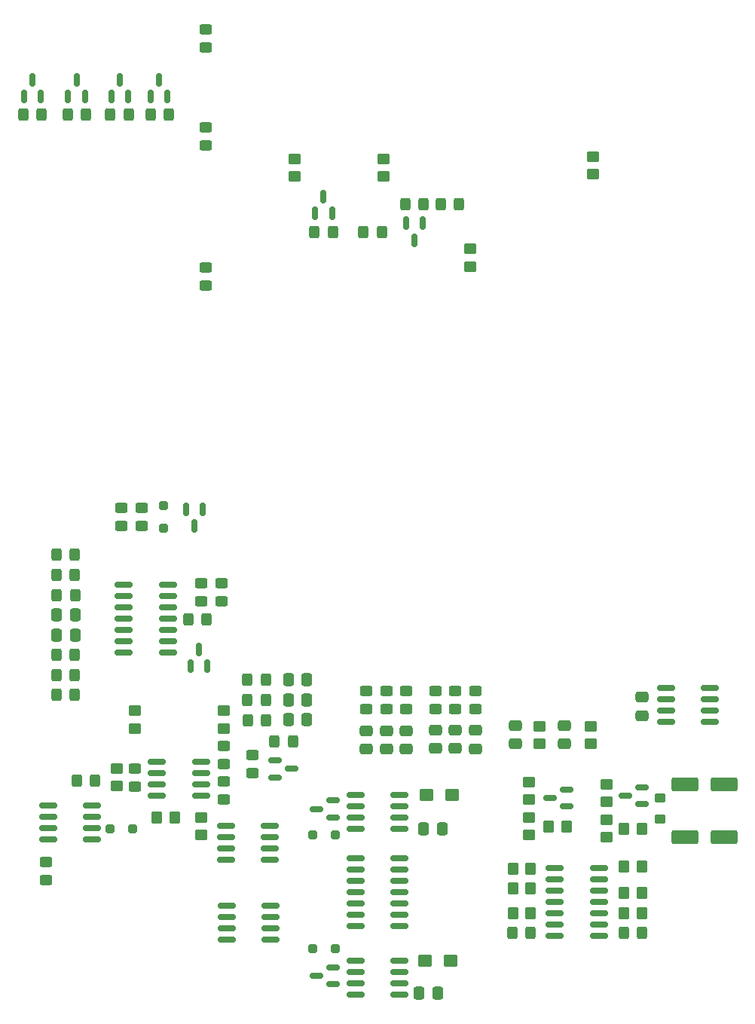
<source format=gtp>
G04 #@! TF.GenerationSoftware,KiCad,Pcbnew,9.0.0*
G04 #@! TF.CreationDate,2025-03-14T23:22:53+09:00*
G04 #@! TF.ProjectId,cv-depot,63762d64-6570-46f7-942e-6b696361645f,rev?*
G04 #@! TF.SameCoordinates,Original*
G04 #@! TF.FileFunction,Paste,Top*
G04 #@! TF.FilePolarity,Positive*
%FSLAX46Y46*%
G04 Gerber Fmt 4.6, Leading zero omitted, Abs format (unit mm)*
G04 Created by KiCad (PCBNEW 9.0.0) date 2025-03-14 23:22:53*
%MOMM*%
%LPD*%
G01*
G04 APERTURE LIST*
G04 Aperture macros list*
%AMRoundRect*
0 Rectangle with rounded corners*
0 $1 Rounding radius*
0 $2 $3 $4 $5 $6 $7 $8 $9 X,Y pos of 4 corners*
0 Add a 4 corners polygon primitive as box body*
4,1,4,$2,$3,$4,$5,$6,$7,$8,$9,$2,$3,0*
0 Add four circle primitives for the rounded corners*
1,1,$1+$1,$2,$3*
1,1,$1+$1,$4,$5*
1,1,$1+$1,$6,$7*
1,1,$1+$1,$8,$9*
0 Add four rect primitives between the rounded corners*
20,1,$1+$1,$2,$3,$4,$5,0*
20,1,$1+$1,$4,$5,$6,$7,0*
20,1,$1+$1,$6,$7,$8,$9,0*
20,1,$1+$1,$8,$9,$2,$3,0*%
G04 Aperture macros list end*
%ADD10RoundRect,0.250000X0.325000X0.450000X-0.325000X0.450000X-0.325000X-0.450000X0.325000X-0.450000X0*%
%ADD11RoundRect,0.250000X-0.325000X-0.450000X0.325000X-0.450000X0.325000X0.450000X-0.325000X0.450000X0*%
%ADD12RoundRect,0.250000X-0.450000X0.350000X-0.450000X-0.350000X0.450000X-0.350000X0.450000X0.350000X0*%
%ADD13RoundRect,0.250000X-0.350000X0.275000X-0.350000X-0.275000X0.350000X-0.275000X0.350000X0.275000X0*%
%ADD14RoundRect,0.250000X-0.475000X0.337500X-0.475000X-0.337500X0.475000X-0.337500X0.475000X0.337500X0*%
%ADD15RoundRect,0.250000X0.350000X0.450000X-0.350000X0.450000X-0.350000X-0.450000X0.350000X-0.450000X0*%
%ADD16RoundRect,0.250000X-0.250000X-0.250000X0.250000X-0.250000X0.250000X0.250000X-0.250000X0.250000X0*%
%ADD17RoundRect,0.250000X-0.450000X0.325000X-0.450000X-0.325000X0.450000X-0.325000X0.450000X0.325000X0*%
%ADD18RoundRect,0.250000X0.450000X-0.350000X0.450000X0.350000X-0.450000X0.350000X-0.450000X-0.350000X0*%
%ADD19RoundRect,0.150000X0.825000X0.150000X-0.825000X0.150000X-0.825000X-0.150000X0.825000X-0.150000X0*%
%ADD20RoundRect,0.250000X0.450000X-0.325000X0.450000X0.325000X-0.450000X0.325000X-0.450000X-0.325000X0*%
%ADD21RoundRect,0.250000X0.337500X0.475000X-0.337500X0.475000X-0.337500X-0.475000X0.337500X-0.475000X0*%
%ADD22RoundRect,0.150000X0.587500X0.150000X-0.587500X0.150000X-0.587500X-0.150000X0.587500X-0.150000X0*%
%ADD23RoundRect,0.250000X0.475000X-0.337500X0.475000X0.337500X-0.475000X0.337500X-0.475000X-0.337500X0*%
%ADD24RoundRect,0.250000X-0.537500X-0.425000X0.537500X-0.425000X0.537500X0.425000X-0.537500X0.425000X0*%
%ADD25RoundRect,0.150000X0.150000X-0.587500X0.150000X0.587500X-0.150000X0.587500X-0.150000X-0.587500X0*%
%ADD26RoundRect,0.150000X-0.150000X0.587500X-0.150000X-0.587500X0.150000X-0.587500X0.150000X0.587500X0*%
%ADD27RoundRect,0.250000X-0.350000X-0.450000X0.350000X-0.450000X0.350000X0.450000X-0.350000X0.450000X0*%
%ADD28RoundRect,0.150000X-0.587500X-0.150000X0.587500X-0.150000X0.587500X0.150000X-0.587500X0.150000X0*%
%ADD29RoundRect,0.250000X-0.250000X0.250000X-0.250000X-0.250000X0.250000X-0.250000X0.250000X0.250000X0*%
%ADD30RoundRect,0.250000X0.250000X0.250000X-0.250000X0.250000X-0.250000X-0.250000X0.250000X-0.250000X0*%
%ADD31RoundRect,0.150000X-0.825000X-0.150000X0.825000X-0.150000X0.825000X0.150000X-0.825000X0.150000X0*%
%ADD32RoundRect,0.250000X-1.250000X-0.550000X1.250000X-0.550000X1.250000X0.550000X-1.250000X0.550000X0*%
G04 APERTURE END LIST*
D10*
X80750000Y-103500000D03*
X78700000Y-103500000D03*
D11*
X84750000Y-51750000D03*
X86800000Y-51750000D03*
D12*
X140500000Y-127000000D03*
X140500000Y-129000000D03*
D13*
X146500000Y-128600000D03*
X146500000Y-130900000D03*
D14*
X130250000Y-120425000D03*
X130250000Y-122500000D03*
D12*
X97500000Y-118750000D03*
X97500000Y-120750000D03*
D15*
X136000000Y-131750000D03*
X134000000Y-131750000D03*
D16*
X107500000Y-145500000D03*
X110000000Y-145500000D03*
D10*
X80750000Y-101250000D03*
X78700000Y-101250000D03*
D17*
X97500000Y-122725000D03*
X97500000Y-124775000D03*
D18*
X115450000Y-58750000D03*
X115450000Y-56750000D03*
D19*
X102700000Y-135500000D03*
X102700000Y-134230000D03*
X102700000Y-132960000D03*
X102700000Y-131690000D03*
X97750000Y-131690000D03*
X97750000Y-132960000D03*
X97750000Y-134230000D03*
X97750000Y-135500000D03*
D20*
X88250000Y-98025000D03*
X88250000Y-95975000D03*
X115779420Y-118612500D03*
X115779420Y-116562500D03*
D21*
X106825000Y-117550000D03*
X104750000Y-117550000D03*
D19*
X139650000Y-144090000D03*
X139650000Y-142820000D03*
X139650000Y-141550000D03*
X139650000Y-140280000D03*
X139650000Y-139010000D03*
X139650000Y-137740000D03*
X139650000Y-136470000D03*
X134700000Y-136470000D03*
X134700000Y-137740000D03*
X134700000Y-139010000D03*
X134700000Y-140280000D03*
X134700000Y-141550000D03*
X134700000Y-142820000D03*
X134700000Y-144090000D03*
D12*
X138750000Y-120500000D03*
X138750000Y-122500000D03*
D10*
X102212500Y-117550000D03*
X100162500Y-117550000D03*
D19*
X117250000Y-143000000D03*
X117250000Y-141730000D03*
X117250000Y-140460000D03*
X117250000Y-139190000D03*
X117250000Y-137920000D03*
X117250000Y-136650000D03*
X117250000Y-135380000D03*
X112300000Y-135380000D03*
X112300000Y-136650000D03*
X112300000Y-137920000D03*
X112300000Y-139190000D03*
X112300000Y-140460000D03*
X112300000Y-141730000D03*
X112300000Y-143000000D03*
X117250000Y-132060000D03*
X117250000Y-130790000D03*
X117250000Y-129520000D03*
X117250000Y-128250000D03*
X112300000Y-128250000D03*
X112300000Y-129520000D03*
X112300000Y-130790000D03*
X112300000Y-132060000D03*
D22*
X109750000Y-149500000D03*
X109750000Y-147600000D03*
X107875000Y-148550000D03*
D23*
X118029420Y-123075000D03*
X118029420Y-121000000D03*
D24*
X120312500Y-128250000D03*
X123187500Y-128250000D03*
D20*
X123529420Y-118587500D03*
X123529420Y-116537500D03*
D15*
X132000000Y-138750000D03*
X130000000Y-138750000D03*
D18*
X138950000Y-58500000D03*
X138950000Y-56500000D03*
D10*
X95550000Y-108500000D03*
X93500000Y-108500000D03*
D16*
X107500000Y-132750000D03*
X110000000Y-132750000D03*
D23*
X125779420Y-123050000D03*
X125779420Y-120975000D03*
D17*
X118029420Y-116562500D03*
X118029420Y-118612500D03*
D11*
X89250000Y-51750000D03*
X91300000Y-51750000D03*
D12*
X140500000Y-131000000D03*
X140500000Y-133000000D03*
D23*
X115779420Y-123075000D03*
X115779420Y-121000000D03*
D10*
X82025000Y-51750000D03*
X79975000Y-51750000D03*
D22*
X136000000Y-129500000D03*
X136000000Y-127600000D03*
X134125000Y-128550000D03*
D15*
X144500000Y-136250000D03*
X142500000Y-136250000D03*
D10*
X119950000Y-61875000D03*
X117900000Y-61875000D03*
D25*
X107750000Y-62875000D03*
X109650000Y-62875000D03*
X108700000Y-61000000D03*
D17*
X125779420Y-116537500D03*
X125779420Y-118587500D03*
D23*
X113529420Y-123075000D03*
X113529420Y-121000000D03*
D15*
X144500000Y-132000000D03*
X142500000Y-132000000D03*
D12*
X105450000Y-56750000D03*
X105450000Y-58750000D03*
D23*
X123503495Y-123012500D03*
X123503495Y-120937500D03*
D15*
X92000000Y-130750000D03*
X90000000Y-130750000D03*
D26*
X119850000Y-64000000D03*
X117950000Y-64000000D03*
X118900000Y-65875000D03*
D20*
X95000000Y-106500000D03*
X95000000Y-104450000D03*
D12*
X85500000Y-125250000D03*
X85500000Y-127250000D03*
D23*
X121253495Y-123012500D03*
X121253495Y-120937500D03*
D15*
X132000000Y-141500000D03*
X130000000Y-141500000D03*
D19*
X91200000Y-112250000D03*
X91200000Y-110980000D03*
X91200000Y-109710000D03*
X91200000Y-108440000D03*
X91200000Y-107170000D03*
X91200000Y-105900000D03*
X91200000Y-104630000D03*
X86250000Y-104630000D03*
X86250000Y-105900000D03*
X86250000Y-107170000D03*
X86250000Y-108440000D03*
X86250000Y-109710000D03*
X86250000Y-110980000D03*
X86250000Y-112250000D03*
D17*
X97250000Y-104450000D03*
X97250000Y-106500000D03*
D27*
X130000000Y-136500000D03*
X132000000Y-136500000D03*
D10*
X132000000Y-143750000D03*
X129950000Y-143750000D03*
D17*
X121279420Y-116562500D03*
X121279420Y-118612500D03*
D28*
X103250000Y-124350000D03*
X103250000Y-126250000D03*
X105125000Y-125300000D03*
D29*
X90750000Y-95750000D03*
X90750000Y-98250000D03*
D27*
X142500000Y-139250000D03*
X144500000Y-139250000D03*
D30*
X87250000Y-132000000D03*
X84750000Y-132000000D03*
D17*
X77500000Y-135725000D03*
X77500000Y-137775000D03*
D11*
X78700000Y-112500000D03*
X80750000Y-112500000D03*
D19*
X94950000Y-128310000D03*
X94950000Y-127040000D03*
X94950000Y-125770000D03*
X94950000Y-124500000D03*
X90000000Y-124500000D03*
X90000000Y-125770000D03*
X90000000Y-127040000D03*
X90000000Y-128310000D03*
D25*
X93750000Y-113750000D03*
X95650000Y-113750000D03*
X94700000Y-111875000D03*
D19*
X102750000Y-144500000D03*
X102750000Y-143230000D03*
X102750000Y-141960000D03*
X102750000Y-140690000D03*
X97800000Y-140690000D03*
X97800000Y-141960000D03*
X97800000Y-143230000D03*
X97800000Y-144500000D03*
D20*
X87500000Y-127300000D03*
X87500000Y-125250000D03*
D10*
X80750000Y-117000000D03*
X78700000Y-117000000D03*
D14*
X144500000Y-117225000D03*
X144500000Y-119300000D03*
D20*
X97500000Y-128775000D03*
X97500000Y-126725000D03*
D21*
X122037500Y-132000000D03*
X119962500Y-132000000D03*
X106831861Y-119800000D03*
X104756861Y-119800000D03*
D11*
X100162500Y-115300000D03*
X102212500Y-115300000D03*
D14*
X135750000Y-120425000D03*
X135750000Y-122500000D03*
D26*
X95150000Y-96125000D03*
X93250000Y-96125000D03*
X94200000Y-98000000D03*
D25*
X75050000Y-49750000D03*
X76950000Y-49750000D03*
X76000000Y-47875000D03*
D17*
X95500000Y-53225000D03*
X95500000Y-55275000D03*
D22*
X109750000Y-130750000D03*
X109750000Y-128850000D03*
X107875000Y-129800000D03*
D31*
X147200000Y-116240000D03*
X147200000Y-117510000D03*
X147200000Y-118780000D03*
X147200000Y-120050000D03*
X152150000Y-120050000D03*
X152150000Y-118780000D03*
X152150000Y-117510000D03*
X152150000Y-116240000D03*
D12*
X131750000Y-126750000D03*
X131750000Y-128750000D03*
D32*
X149300000Y-127000000D03*
X153700000Y-127000000D03*
D20*
X100750000Y-125750000D03*
X100750000Y-123700000D03*
D27*
X142500000Y-141500000D03*
X144500000Y-141500000D03*
D11*
X142475000Y-143750000D03*
X144525000Y-143750000D03*
X78736598Y-105750000D03*
X80786598Y-105750000D03*
D10*
X115250000Y-65000000D03*
X113200000Y-65000000D03*
D20*
X86000000Y-98025000D03*
X86000000Y-95975000D03*
X95450000Y-44275000D03*
X95450000Y-42225000D03*
D21*
X80784474Y-110250000D03*
X78709474Y-110250000D03*
D18*
X87500000Y-120750000D03*
X87500000Y-118750000D03*
D19*
X82700000Y-133250000D03*
X82700000Y-131980000D03*
X82700000Y-130710000D03*
X82700000Y-129440000D03*
X77750000Y-129440000D03*
X77750000Y-130710000D03*
X77750000Y-131980000D03*
X77750000Y-133250000D03*
X117225000Y-150655000D03*
X117225000Y-149385000D03*
X117225000Y-148115000D03*
X117225000Y-146845000D03*
X112275000Y-146845000D03*
X112275000Y-148115000D03*
X112275000Y-149385000D03*
X112275000Y-150655000D03*
D21*
X121537500Y-150500000D03*
X119462500Y-150500000D03*
D10*
X80741315Y-114750000D03*
X78691315Y-114750000D03*
D25*
X89250000Y-49750000D03*
X91150000Y-49750000D03*
X90200000Y-47875000D03*
D11*
X121900000Y-61875000D03*
X123950000Y-61875000D03*
D25*
X80000000Y-49750000D03*
X81900000Y-49750000D03*
X80950000Y-47875000D03*
D12*
X125150000Y-66875000D03*
X125150000Y-68875000D03*
D10*
X77000000Y-51750000D03*
X74950000Y-51750000D03*
D24*
X120136809Y-146838981D03*
X123011809Y-146838981D03*
D25*
X84850000Y-49750000D03*
X86750000Y-49750000D03*
X85800000Y-47875000D03*
D18*
X95000000Y-132750000D03*
X95000000Y-130750000D03*
D11*
X100225000Y-119803659D03*
X102275000Y-119803659D03*
D21*
X106835773Y-115304300D03*
X104760773Y-115304300D03*
D12*
X131750000Y-130750000D03*
X131750000Y-132750000D03*
D11*
X103200000Y-122250000D03*
X105250000Y-122250000D03*
D22*
X144500000Y-129250000D03*
X144500000Y-127350000D03*
X142625000Y-128300000D03*
D21*
X80784474Y-108000000D03*
X78709474Y-108000000D03*
D17*
X113529420Y-116562500D03*
X113529420Y-118612500D03*
D32*
X149300000Y-133000000D03*
X153700000Y-133000000D03*
D20*
X95500000Y-71000000D03*
X95500000Y-68950000D03*
D11*
X107700000Y-65000000D03*
X109750000Y-65000000D03*
D10*
X83000000Y-126595000D03*
X80950000Y-126595000D03*
D12*
X133000000Y-120500000D03*
X133000000Y-122500000D03*
M02*

</source>
